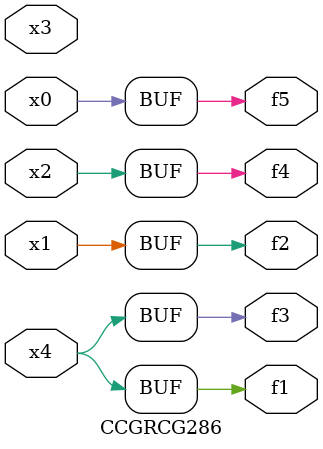
<source format=v>
module CCGRCG286(
	input x0, x1, x2, x3, x4,
	output f1, f2, f3, f4, f5
);
	assign f1 = x4;
	assign f2 = x1;
	assign f3 = x4;
	assign f4 = x2;
	assign f5 = x0;
endmodule

</source>
